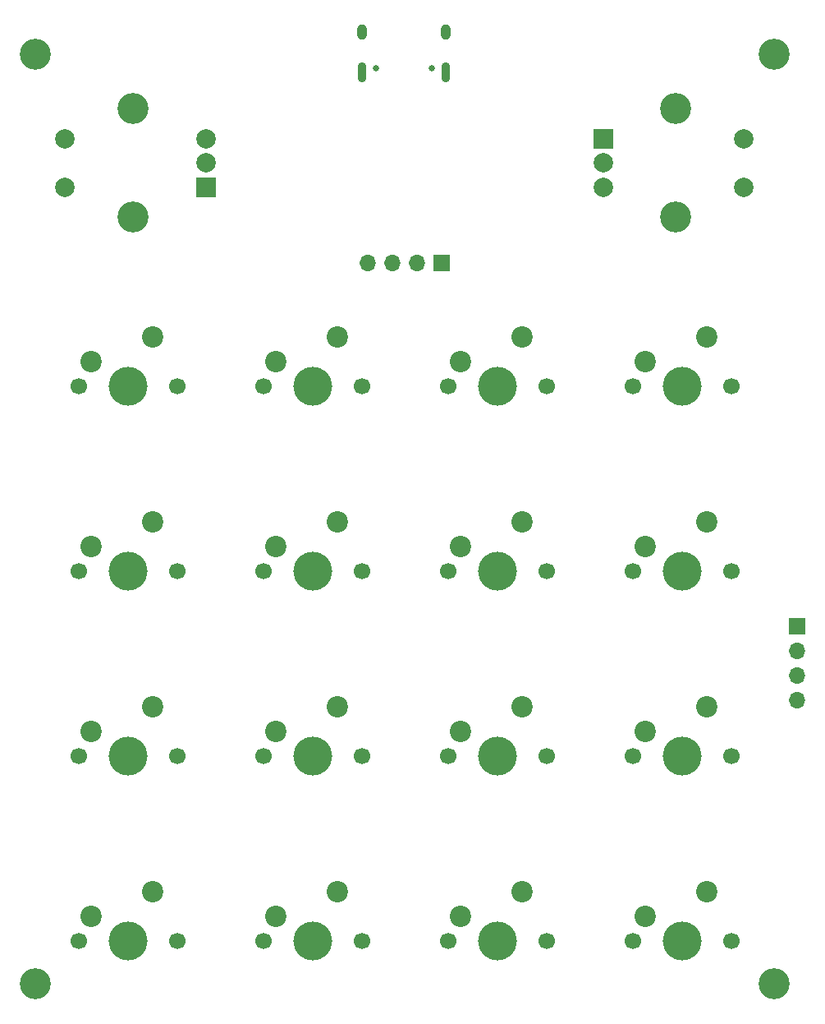
<source format=gbr>
%TF.GenerationSoftware,KiCad,Pcbnew,(5.1.6)-1*%
%TF.CreationDate,2020-09-13T20:32:52-05:00*%
%TF.ProjectId,rocketboard-16,726f636b-6574-4626-9f61-72642d31362e,1.1*%
%TF.SameCoordinates,Original*%
%TF.FileFunction,Soldermask,Top*%
%TF.FilePolarity,Negative*%
%FSLAX46Y46*%
G04 Gerber Fmt 4.6, Leading zero omitted, Abs format (unit mm)*
G04 Created by KiCad (PCBNEW (5.1.6)-1) date 2020-09-13 20:32:52*
%MOMM*%
%LPD*%
G01*
G04 APERTURE LIST*
%ADD10C,2.200000*%
%ADD11C,4.000000*%
%ADD12C,1.700000*%
%ADD13R,1.700000X1.700000*%
%ADD14O,1.700000X1.700000*%
%ADD15C,0.650000*%
%ADD16O,0.900000X2.100000*%
%ADD17O,1.000000X1.600000*%
%ADD18R,2.000000X2.000000*%
%ADD19C,2.000000*%
%ADD20C,3.200000*%
G04 APERTURE END LIST*
D10*
%TO.C,K7*%
X135200000Y-98650000D03*
X128850000Y-101190000D03*
D11*
X132660000Y-103730000D03*
D12*
X127580000Y-103730000D03*
X137740000Y-103730000D03*
%TD*%
D10*
%TO.C,K16*%
X154250000Y-136750000D03*
X147900000Y-139290000D03*
D11*
X151710000Y-141830000D03*
D12*
X146630000Y-141830000D03*
X156790000Y-141830000D03*
%TD*%
D10*
%TO.C,K15*%
X135200000Y-136750000D03*
X128850000Y-139290000D03*
D11*
X132660000Y-141830000D03*
D12*
X127580000Y-141830000D03*
X137740000Y-141830000D03*
%TD*%
D10*
%TO.C,K14*%
X116150000Y-136750000D03*
X109800000Y-139290000D03*
D11*
X113610000Y-141830000D03*
D12*
X108530000Y-141830000D03*
X118690000Y-141830000D03*
%TD*%
D10*
%TO.C,K13*%
X97100000Y-136750000D03*
X90750000Y-139290000D03*
D11*
X94560000Y-141830000D03*
D12*
X89480000Y-141830000D03*
X99640000Y-141830000D03*
%TD*%
D10*
%TO.C,K12*%
X154250000Y-117700000D03*
X147900000Y-120240000D03*
D11*
X151710000Y-122780000D03*
D12*
X146630000Y-122780000D03*
X156790000Y-122780000D03*
%TD*%
D10*
%TO.C,K11*%
X135200000Y-117700000D03*
X128850000Y-120240000D03*
D11*
X132660000Y-122780000D03*
D12*
X127580000Y-122780000D03*
X137740000Y-122780000D03*
%TD*%
D10*
%TO.C,K10*%
X116150000Y-117700000D03*
X109800000Y-120240000D03*
D11*
X113610000Y-122780000D03*
D12*
X108530000Y-122780000D03*
X118690000Y-122780000D03*
%TD*%
D10*
%TO.C,K9*%
X97100000Y-117700000D03*
X90750000Y-120240000D03*
D11*
X94560000Y-122780000D03*
D12*
X89480000Y-122780000D03*
X99640000Y-122780000D03*
%TD*%
D10*
%TO.C,K8*%
X154250000Y-98650000D03*
X147900000Y-101190000D03*
D11*
X151710000Y-103730000D03*
D12*
X146630000Y-103730000D03*
X156790000Y-103730000D03*
%TD*%
D10*
%TO.C,K6*%
X116150000Y-98650000D03*
X109800000Y-101190000D03*
D11*
X113610000Y-103730000D03*
D12*
X108530000Y-103730000D03*
X118690000Y-103730000D03*
%TD*%
D10*
%TO.C,K5*%
X97100000Y-98650000D03*
X90750000Y-101190000D03*
D11*
X94560000Y-103730000D03*
D12*
X89480000Y-103730000D03*
X99640000Y-103730000D03*
%TD*%
D10*
%TO.C,K4*%
X154250000Y-79600000D03*
X147900000Y-82140000D03*
D11*
X151710000Y-84680000D03*
D12*
X146630000Y-84680000D03*
X156790000Y-84680000D03*
%TD*%
D10*
%TO.C,K3*%
X135200000Y-79600000D03*
X128850000Y-82140000D03*
D11*
X132660000Y-84680000D03*
D12*
X127580000Y-84680000D03*
X137740000Y-84680000D03*
%TD*%
D10*
%TO.C,K2*%
X116150000Y-79600000D03*
X109800000Y-82140000D03*
D11*
X113610000Y-84680000D03*
D12*
X108530000Y-84680000D03*
X118690000Y-84680000D03*
%TD*%
D10*
%TO.C,K1*%
X97100000Y-79600000D03*
X90750000Y-82140000D03*
D11*
X94560000Y-84680000D03*
D12*
X89480000Y-84680000D03*
X99640000Y-84680000D03*
%TD*%
D13*
%TO.C,U4*%
X126920000Y-72000000D03*
D14*
X124380000Y-72000000D03*
X121840000Y-72000000D03*
X119300000Y-72000000D03*
%TD*%
D15*
%TO.C,P1*%
X125950000Y-51910000D03*
X120170000Y-51910000D03*
D16*
X127380000Y-52410000D03*
X118740000Y-52410000D03*
D17*
X127380000Y-48230000D03*
X118740000Y-48230000D03*
%TD*%
D18*
%TO.C,SW3*%
X143590000Y-59200000D03*
D19*
X143590000Y-61700000D03*
X143590000Y-64200000D03*
D20*
X151090000Y-56100000D03*
X151090000Y-67300000D03*
D19*
X158090000Y-59200000D03*
X158090000Y-64200000D03*
%TD*%
D18*
%TO.C,SW2*%
X102600000Y-64200000D03*
D19*
X102600000Y-61700000D03*
X102600000Y-59200000D03*
D20*
X95100000Y-67300000D03*
X95100000Y-56100000D03*
D19*
X88100000Y-64200000D03*
X88100000Y-59200000D03*
%TD*%
D20*
%TO.C,H4*%
X85000000Y-146300000D03*
%TD*%
D14*
%TO.C,J1*%
X163600000Y-117020000D03*
X163600000Y-114480000D03*
X163600000Y-111940000D03*
D13*
X163600000Y-109400000D03*
%TD*%
D20*
%TO.C,H1*%
X85000000Y-50500000D03*
%TD*%
%TO.C,H2*%
X161200000Y-50500000D03*
%TD*%
%TO.C,H3*%
X161200000Y-146300000D03*
%TD*%
M02*

</source>
